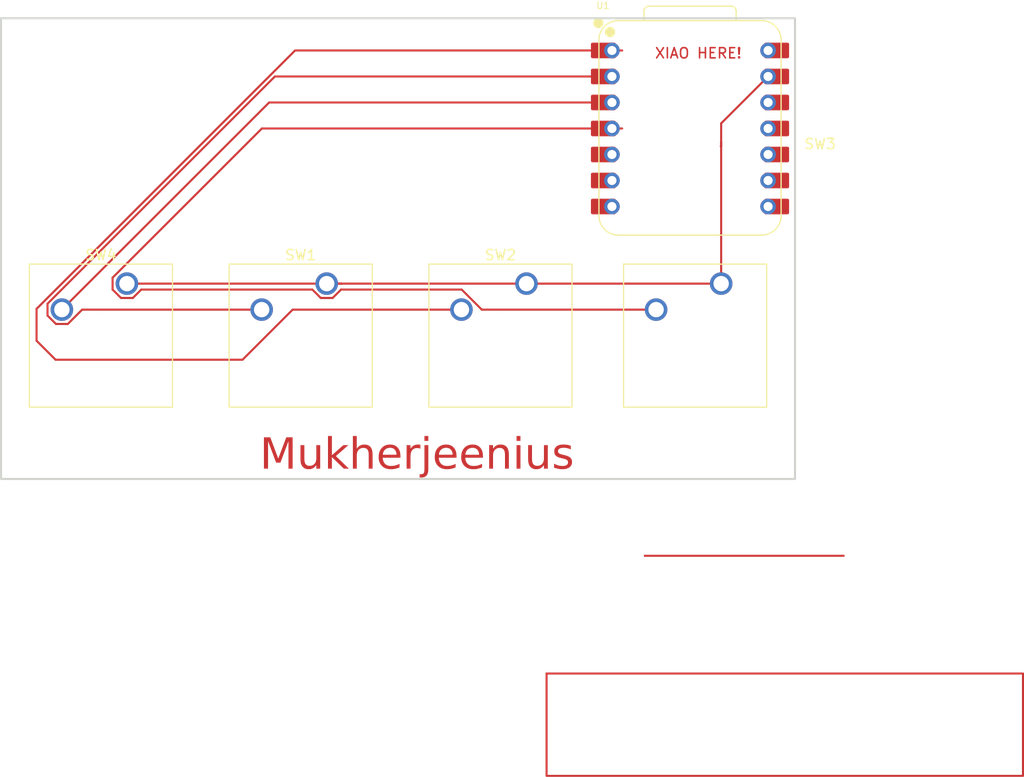
<source format=kicad_pcb>
(kicad_pcb (version 20241229) (generator "pcbnew") (generator_version "9.0")
  (layers (0 "F.Cu" signal) (2 "B.Cu" signal) (13 "F.Paste" user) (15 "B.Paste" user) (5 "F.SilkS" user "F.Silkscreen") (7 "B.SilkS" user "B.Silkscreen") (1 "F.Mask" user) (3 "B.Mask" user) (25 "Edge.Cuts" user))
  (net 0 "")
  (net 1 "Net-(U1-GPIO27{slash}ADC1{slash}A1)")
  (net 2 "GND")
  (net 3 "Net-(U1-GPIO26{slash}ADC0{slash}A0)")
  (net 4 "Net-(U1-GPIO29{slash}ADC3{slash}A3)")
  (net 10 "+5V")
  (net 14 "Net-(U1-GPIO28{slash}ADC2{slash}A2)")
  (footprint "Button_Switch_Keyboard:SW_Cherry_MX_1.00u_PCB" (layer "F.Cu") (at 105.04 84.92)
    (property "Reference" "SW2" (at -2.54 -2.794 0) (layer "F.SilkS"))
    (property "Value" "SW_Push")
    (fp_line (start -9.525 -1.905) (end 4.445 -1.905) (stroke (width 0.12)) (layer "F.SilkS"))
    (fp_line (start -9.525 12.065) (end -9.525 -1.905) (stroke (width 0.12)) (layer "F.SilkS"))
    (fp_line (start 4.445 -1.905) (end 4.445 12.065) (stroke (width 0.12)) (layer "F.SilkS"))
    (fp_line (start 4.445 12.065) (end -9.525 12.065) (stroke (width 0.12)) (layer "F.SilkS"))
    (pad "" np_thru_hole circle (at -7.62 5.08) (size 1.7 1.7) (drill 1.7) (layers "*.Cu" "*.Mask"))
    (pad "" np_thru_hole circle (at -2.54 5.08) (size 4 4) (drill 4) (layers "*.Cu" "*.Mask"))
    (pad "" np_thru_hole circle (at 2.54 5.08) (size 1.7 1.7) (drill 1.7) (layers "*.Cu" "*.Mask"))
    (pad "1" thru_hole circle (at 0 0) (size 2.2 2.2) (drill 1.5) (layers "*.Cu" "*.Mask") (net 2 "GND"))
    (pad "2" thru_hole circle (at -6.35 2.54) (size 2.2 2.2) (drill 1.5) (layers "*.Cu" "*.Mask") (net 3 "Net-(U1-GPIO26{slash}ADC0{slash}A0)"))
  )
  (footprint "Button_Switch_Keyboard:SW_Cherry_MX_1.00u_PCB" (layer "F.Cu") (at 66.04 84.92)
    (property "Reference" "SW4" (at -2.54 -2.794 0) (layer "F.SilkS"))
    (property "Value" "SW_Push")
    (fp_line (start -9.525 -1.905) (end 4.445 -1.905) (stroke (width 0.12)) (layer "F.SilkS"))
    (fp_line (start -9.525 12.065) (end -9.525 -1.905) (stroke (width 0.12)) (layer "F.SilkS"))
    (fp_line (start 4.445 -1.905) (end 4.445 12.065) (stroke (width 0.12)) (layer "F.SilkS"))
    (fp_line (start 4.445 12.065) (end -9.525 12.065) (stroke (width 0.12)) (layer "F.SilkS"))
    (pad "" np_thru_hole circle (at -7.62 5.08) (size 1.7 1.7) (drill 1.7) (layers "*.Cu" "*.Mask"))
    (pad "" np_thru_hole circle (at -2.54 5.08) (size 4 4) (drill 4) (layers "*.Cu" "*.Mask"))
    (pad "" np_thru_hole circle (at 2.54 5.08) (size 1.7 1.7) (drill 1.7) (layers "*.Cu" "*.Mask"))
    (pad "1" thru_hole circle (at 0 0) (size 2.2 2.2) (drill 1.5) (layers "*.Cu" "*.Mask") (net 2 "GND"))
    (pad "2" thru_hole circle (at -6.35 2.54) (size 2.2 2.2) (drill 1.5) (layers "*.Cu" "*.Mask") (net 14 "Net-(U1-GPIO28{slash}ADC2{slash}A2)"))
  )
  (footprint "gerbert:XIAO-RP2040-DIP" (layer "F.Cu") (at 121 69.7685)
    (property "Reference" "U1" (at -8.5 -12 0) (layer "F.SilkS") (effects (font (size 0.635 0.635) (thickness 0.1016))))
    (property "Value" "XIAO-RP2040-DIP")
    (fp_line (start -8.89 8.509) (end -8.89 -8.636) (stroke (width 0.127)) (layer "F.SilkS"))
    (fp_line (start -6.985 10.414) (end 6.985 10.414) (stroke (width 0.127)) (layer "F.SilkS"))
    (fp_line (start -4.495 -10.541) (end -4.491272 -11.451272) (stroke (width 0.127)) (layer "F.SilkS"))
    (fp_line (start -3.991272 -11.951) (end 4.004 -11.951) (stroke (width 0.127)) (layer "F.SilkS"))
    (fp_line (start 4.504 -11.451) (end 4.504 -10.541) (stroke (width 0.127)) (layer "F.SilkS"))
    (fp_line (start 6.985 -10.541) (end -6.985 -10.541) (stroke (width 0.1)) (layer "F.SilkS"))
    (fp_line (start 6.985 -10.541) (end -6.985 -10.541) (stroke (width 0.127)) (layer "F.SilkS"))
    (fp_line (start 8.89 8.509) (end 8.89 -8.636) (stroke (width 0.127)) (layer "F.SilkS"))
    (fp_arc (start -8.89 -8.636) (mid -8.332038 -9.983038) (end -6.985 -10.541) (stroke (width 0.127)) (layer "F.SilkS"))
    (fp_arc (start -6.985 10.414) (mid -8.332038 9.856038) (end -8.89 8.509) (stroke (width 0.127)) (layer "F.SilkS"))
    (fp_arc (start -4.491272 -11.451272) (mid -4.344728 -11.80464) (end -3.991272 -11.951) (stroke (width 0.127)) (layer "F.SilkS"))
    (fp_arc (start 4.004 -11.951) (mid 4.357553 -11.804553) (end 4.504 -11.451) (stroke (width 0.127)) (layer "F.SilkS"))
    (fp_arc (start 6.985 -10.541) (mid 8.332038 -9.983038) (end 8.89 -8.636) (stroke (width 0.127)) (layer "F.SilkS"))
    (fp_arc (start 8.89 8.509) (mid 8.332038 9.856038) (end 6.985 10.414) (stroke (width 0.127)) (layer "F.SilkS"))
    (fp_circle (center -8.95 -10.3) (end -8.95 -10.554) (stroke (width 0.5)) (fill yes) (layer "F.SilkS"))
    (fp_circle (center -7.807 -9.42) (end -7.807 -9.674) (stroke (width 0.5)) (fill yes) (layer "F.SilkS"))
    (pad "1" smd roundrect (at -8.455 -7.62 180) (size 2.432 1.524) (layers "F.Cu" "F.Mask") (roundrect_rratio 0.1) (net 3 "Net-(U1-GPIO26{slash}ADC0{slash}A0)"))
    (pad "1" thru_hole circle (at -7.62 -7.62 180) (size 1.524 1.524) (drill 0.889) (layers "*.Cu" "*.Mask") (net 3 "Net-(U1-GPIO26{slash}ADC0{slash}A0)"))
    (pad "2" smd roundrect (at -8.455 -5.08 180) (size 2.432 1.524) (layers "F.Cu" "F.Mask") (roundrect_rratio 0.1) (net 1 "Net-(U1-GPIO27{slash}ADC1{slash}A1)"))
    (pad "2" thru_hole circle (at -7.62 -5.08 180) (size 1.524 1.524) (drill 0.889) (layers "*.Cu" "*.Mask") (net 1 "Net-(U1-GPIO27{slash}ADC1{slash}A1)"))
    (pad "3" smd roundrect (at -8.455 -2.54 180) (size 2.432 1.524) (layers "F.Cu" "F.Mask") (roundrect_rratio 0.1) (net 14 "Net-(U1-GPIO28{slash}ADC2{slash}A2)"))
    (pad "3" thru_hole circle (at -7.62 -2.54 180) (size 1.524 1.524) (drill 0.889) (layers "*.Cu" "*.Mask") (net 14 "Net-(U1-GPIO28{slash}ADC2{slash}A2)"))
    (pad "4" smd roundrect (at -8.455 0 180) (size 2.432 1.524) (layers "F.Cu" "F.Mask") (roundrect_rratio 0.1) (net 4 "Net-(U1-GPIO29{slash}ADC3{slash}A3)"))
    (pad "4" thru_hole circle (at -7.62 0 180) (size 1.524 1.524) (drill 0.889) (layers "*.Cu" "*.Mask") (net 4 "Net-(U1-GPIO29{slash}ADC3{slash}A3)"))
    (pad "5" smd roundrect (at -8.455 2.54 180) (size 2.432 1.524) (layers "F.Cu" "F.Mask") (roundrect_rratio 0.1))
    (pad "5" thru_hole circle (at -7.62 2.54 180) (size 1.524 1.524) (drill 0.889) (layers "*.Cu" "*.Mask"))
    (pad "6" smd roundrect (at -8.455 5.08 180) (size 2.432 1.524) (layers "F.Cu" "F.Mask") (roundrect_rratio 0.1))
    (pad "6" thru_hole circle (at -7.62 5.08 180) (size 1.524 1.524) (drill 0.889) (layers "*.Cu" "*.Mask"))
    (pad "7" smd roundrect (at -8.455 7.62 180) (size 2.432 1.524) (layers "F.Cu" "F.Mask") (roundrect_rratio 0.1))
    (pad "7" thru_hole circle (at -7.62 7.62 180) (size 1.524 1.524) (drill 0.889) (layers "*.Cu" "*.Mask"))
    (pad "8" thru_hole circle (at 7.62 7.62) (size 1.524 1.524) (drill 0.889) (layers "*.Cu" "*.Mask"))
    (pad "8" smd roundrect (at 8.455 7.62) (size 2.432 1.524) (layers "F.Cu" "F.Mask") (roundrect_rratio 0.1))
    (pad "9" thru_hole circle (at 7.62 5.08) (size 1.524 1.524) (drill 0.889) (layers "*.Cu" "*.Mask"))
    (pad "9" smd roundrect (at 8.455 5.08) (size 2.432 1.524) (layers "F.Cu" "F.Mask") (roundrect_rratio 0.1))
    (pad "10" thru_hole circle (at 7.62 2.54) (size 1.524 1.524) (drill 0.889) (layers "*.Cu" "*.Mask"))
    (pad "10" smd roundrect (at 8.455 2.54) (size 2.432 1.524) (layers "F.Cu" "F.Mask") (roundrect_rratio 0.1))
    (pad "11" thru_hole circle (at 7.62 0) (size 1.524 1.524) (drill 0.889) (layers "*.Cu" "*.Mask"))
    (pad "11" smd roundrect (at 8.455 0) (size 2.432 1.524) (layers "F.Cu" "F.Mask") (roundrect_rratio 0.1))
    (pad "12" thru_hole circle (at 7.62 -2.54) (size 1.524 1.524) (drill 0.889) (layers "*.Cu" "*.Mask"))
    (pad "12" smd roundrect (at 8.455 -2.54) (size 2.432 1.524) (layers "F.Cu" "F.Mask") (roundrect_rratio 0.1))
    (pad "13" thru_hole circle (at 7.62 -5.08) (size 1.524 1.524) (drill 0.889) (layers "*.Cu" "*.Mask") (net 2 "GND"))
    (pad "13" smd roundrect (at 8.455 -5.08) (size 2.432 1.524) (layers "F.Cu" "F.Mask") (roundrect_rratio 0.1) (net 2 "GND"))
    (pad "14" thru_hole circle (at 7.62 -7.62) (size 1.524 1.524) (drill 0.889) (layers "*.Cu" "*.Mask") (net 10 "+5V"))
    (pad "14" smd roundrect (at 8.455 -7.62) (size 2.432 1.524) (layers "F.Cu" "F.Mask") (roundrect_rratio 0.1) (net 10 "+5V"))
  )
  (footprint "Button_Switch_Keyboard:SW_Cherry_MX_1.00u_PCB" (layer "F.Cu") (at 124.04 84.92)
    (property "Reference" "SW3" (at 9.652 -13.6425 0) (layer "F.SilkS"))
    (property "Value" "SW_Push")
    (fp_line (start -9.525 -1.905) (end 4.445 -1.905) (stroke (width 0.12)) (layer "F.SilkS"))
    (fp_line (start -9.525 12.065) (end -9.525 -1.905) (stroke (width 0.12)) (layer "F.SilkS"))
    (fp_line (start 4.445 -1.905) (end 4.445 12.065) (stroke (width 0.12)) (layer "F.SilkS"))
    (fp_line (start 4.445 12.065) (end -9.525 12.065) (stroke (width 0.12)) (layer "F.SilkS"))
    (pad "" np_thru_hole circle (at -7.62 5.08) (size 1.7 1.7) (drill 1.7) (layers "*.Cu" "*.Mask"))
    (pad "" np_thru_hole circle (at -2.54 5.08) (size 4 4) (drill 4) (layers "*.Cu" "*.Mask"))
    (pad "" np_thru_hole circle (at 2.54 5.08) (size 1.7 1.7) (drill 1.7) (layers "*.Cu" "*.Mask"))
    (pad "1" thru_hole circle (at 0 0) (size 2.2 2.2) (drill 1.5) (layers "*.Cu" "*.Mask") (net 2 "GND"))
    (pad "2" thru_hole circle (at -6.35 2.54) (size 2.2 2.2) (drill 1.5) (layers "*.Cu" "*.Mask") (net 4 "Net-(U1-GPIO29{slash}ADC3{slash}A3)"))
  )
  (footprint "Button_Switch_Keyboard:SW_Cherry_MX_1.00u_PCB" (layer "F.Cu") (at 85.54 84.92)
    (property "Reference" "SW1" (at -2.54 -2.794 0) (layer "F.SilkS"))
    (property "Value" "SW_Push")
    (fp_line (start -9.525 -1.905) (end 4.445 -1.905) (stroke (width 0.12)) (layer "F.SilkS"))
    (fp_line (start -9.525 12.065) (end -9.525 -1.905) (stroke (width 0.12)) (layer "F.SilkS"))
    (fp_line (start 4.445 -1.905) (end 4.445 12.065) (stroke (width 0.12)) (layer "F.SilkS"))
    (fp_line (start 4.445 12.065) (end -9.525 12.065) (stroke (width 0.12)) (layer "F.SilkS"))
    (pad "" np_thru_hole circle (at -7.62 5.08) (size 1.7 1.7) (drill 1.7) (layers "*.Cu" "*.Mask"))
    (pad "" np_thru_hole circle (at -2.54 5.08) (size 4 4) (drill 4) (layers "*.Cu" "*.Mask"))
    (pad "" np_thru_hole circle (at 2.54 5.08) (size 1.7 1.7) (drill 1.7) (layers "*.Cu" "*.Mask"))
    (pad "1" thru_hole circle (at 0 0) (size 2.2 2.2) (drill 1.5) (layers "*.Cu" "*.Mask") (net 2 "GND"))
    (pad "2" thru_hole circle (at -6.35 2.54) (size 2.2 2.2) (drill 1.5) (layers "*.Cu" "*.Mask") (net 1 "Net-(U1-GPIO27{slash}ADC1{slash}A1)"))
  )
  (gr_rect (start 116.5 111.5) (end 136 111.5) (stroke (width 0.2)) (fill no) (layer "F.Cu"))
  (gr_rect (start 107 123) (end 153.5 133) (stroke (width 0.2)) (fill no) (layer "F.Cu"))
  (gr_rect (start 53.75 59) (end 131.25 104) (stroke (width 0.2)) (fill no) (layer "Edge.Cuts"))
  (gr_text "Mukherjeenius" (at 79 103.5 0) (layer "F.Cu") (effects (font (size 3 3)) (justify left bottom)))
  (gr_text "XIAO HERE!\n" (at 117.5 63 0) (layer "F.Cu") (effects (font (size 1 1)) (justify left bottom)))
  (segment (start 64.5 90) (end 64 90) (width 0.2) (layer "F.Cu") (net 0))
  (segment (start 80.480186 64.6885) (end 113.545 64.6885) (width 0.2) (layer "F.Cu") (net 1))
  (segment (start 58.289 88.040314) (end 58.289 86.879686) (width 0.2) (layer "F.Cu") (net 1))
  (segment (start 59.109686 88.861) (end 58.289 88.040314) (width 0.2) (layer "F.Cu") (net 1))
  (segment (start 60.270314 88.861) (end 59.109686 88.861) (width 0.2) (layer "F.Cu") (net 1))
  (segment (start 58.289 86.879686) (end 80.480186 64.6885) (width 0.2) (layer "F.Cu") (net 1))
  (segment (start 79.19 87.46) (end 61.671314 87.46) (width 0.2) (layer "F.Cu") (net 1))
  (segment (start 61.671314 87.46) (end 60.270314 88.861) (width 0.2) (layer "F.Cu") (net 1))
  (segment (start 124.04 69.2685) (end 128.62 64.6885) (width 0.2) (layer "F.Cu") (net 2))
  (segment (start 124.04 84.92) (end 124.04 71.1035) (width 0.2) (layer "F.Cu") (net 2))
  (segment (start 124.04 71.46) (end 124 71.5) (width 0.2) (layer "F.Cu") (net 2))
  (segment (start 124.04 71.1035) (end 124.04 71.46) (width 0.2) (layer "F.Cu") (net 2))
  (segment (start 87 84.92) (end 85.54 84.92) (width 0.2) (layer "F.Cu") (net 2))
  (segment (start 105.04 84.92) (end 87 84.92) (width 0.2) (layer "F.Cu") (net 2))
  (segment (start 105.04 84.92) (end 124.04 84.92) (width 0.2) (layer "F.Cu") (net 2))
  (segment (start 124.04 71.1035) (end 124.04 69.2685) (width 0.2) (layer "F.Cu") (net 2))
  (segment (start 87 84.92) (end 66.04 84.92) (width 0.2) (layer "F.Cu") (net 2))
  (segment (start 98.69 87.46) (end 82.215184 87.46) (width 0.2) (layer "F.Cu") (net 3))
  (segment (start 77.324184 92.351) (end 59.07253 92.351) (width 0.2) (layer "F.Cu") (net 3))
  (segment (start 57.219 90.49747) (end 57.219 87.382586) (width 0.2) (layer "F.Cu") (net 3))
  (segment (start 57.219 87.382586) (end 82.453086 62.1485) (width 0.2) (layer "F.Cu") (net 3))
  (segment (start 82.453086 62.1485) (end 114.38 62.1485) (width 0.2) (layer "F.Cu") (net 3))
  (segment (start 59.07253 92.351) (end 57.219 90.49747) (width 0.2) (layer "F.Cu") (net 3))
  (segment (start 82.215184 87.46) (end 77.324184 92.351) (width 0.2) (layer "F.Cu") (net 3))
  (segment (start 84.959686 86.321) (end 84.139 85.500314) (width 0.2) (layer "F.Cu") (net 4))
  (segment (start 67.441 85.500314) (end 66.620314 86.321) (width 0.2) (layer "F.Cu") (net 4))
  (segment (start 64.639 84.339686) (end 79.210186 69.7685) (width 0.2) (layer "F.Cu") (net 4))
  (segment (start 86.120314 86.321) (end 84.959686 86.321) (width 0.2) (layer "F.Cu") (net 4))
  (segment (start 98.711628 85.500314) (end 86.941 85.500314) (width 0.2) (layer "F.Cu") (net 4))
  (segment (start 66.620314 86.321) (end 65.459686 86.321) (width 0.2) (layer "F.Cu") (net 4))
  (segment (start 79.210186 69.7685) (end 114.38 69.7685) (width 0.2) (layer "F.Cu") (net 4))
  (segment (start 117.69 87.46) (end 100.671314 87.46) (width 0.2) (layer "F.Cu") (net 4))
  (segment (start 86.941 85.500314) (end 86.120314 86.321) (width 0.2) (layer "F.Cu") (net 4))
  (segment (start 64.639 85.500314) (end 64.639 84.339686) (width 0.2) (layer "F.Cu") (net 4))
  (segment (start 65.459686 86.321) (end 64.639 85.500314) (width 0.2) (layer "F.Cu") (net 4))
  (segment (start 100.671314 87.46) (end 98.711628 85.500314) (width 0.2) (layer "F.Cu") (net 4))
  (segment (start 84.139 85.500314) (end 67.441 85.500314) (width 0.2) (layer "F.Cu") (net 4))
  (segment (start 79.9215 67.2285) (end 113.545 67.2285) (width 0.2) (layer "F.Cu") (net 14))
  (segment (start 59.69 87.46) (end 79.9215 67.2285) (width 0.2) (layer "F.Cu") (net 14))
)
</source>
